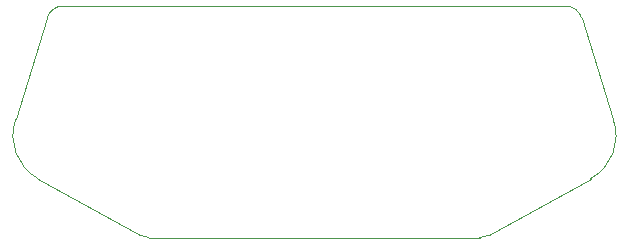
<source format=gbr>
%TF.GenerationSoftware,KiCad,Pcbnew,(6.0.11-0)*%
%TF.CreationDate,2023-05-17T22:42:15+12:00*%
%TF.ProjectId,head-interface,68656164-2d69-46e7-9465-72666163652e,rev?*%
%TF.SameCoordinates,PX3135a80PY23aadc0*%
%TF.FileFunction,Profile,NP*%
%FSLAX46Y46*%
G04 Gerber Fmt 4.6, Leading zero omitted, Abs format (unit mm)*
G04 Created by KiCad (PCBNEW (6.0.11-0)) date 2023-05-17 22:42:15*
%MOMM*%
%LPD*%
G01*
G04 APERTURE LIST*
%TA.AperFunction,Profile*%
%ADD10C,0.100000*%
%TD*%
G04 APERTURE END LIST*
D10*
X51024974Y-3600008D02*
G75*
G03*
X49700000Y-2600000I-1329974J-384392D01*
G01*
X51799997Y-17199994D02*
G75*
G03*
X53700000Y-12200000I-1941667J3598834D01*
G01*
X42400000Y-22200000D02*
X14400000Y-22200000D01*
X42400000Y-22200000D02*
G75*
G03*
X43200000Y-22000000I62300J1450800D01*
G01*
X3100016Y-12200006D02*
G75*
G03*
X5000000Y-17200000I3910284J-1375094D01*
G01*
X13600001Y-21999999D02*
G75*
G03*
X14400000Y-22199999I778799J1415199D01*
G01*
X7100000Y-2600000D02*
X49700000Y-2600000D01*
X51800000Y-17200000D02*
X43200000Y-22000000D01*
X3100000Y-12200000D02*
X5775000Y-3600000D01*
X7100000Y-2600040D02*
G75*
G03*
X5775000Y-3600000I-11900J-1362060D01*
G01*
X51025000Y-3600000D02*
X53700000Y-12200000D01*
X13600000Y-22000000D02*
X5000000Y-17200000D01*
M02*

</source>
